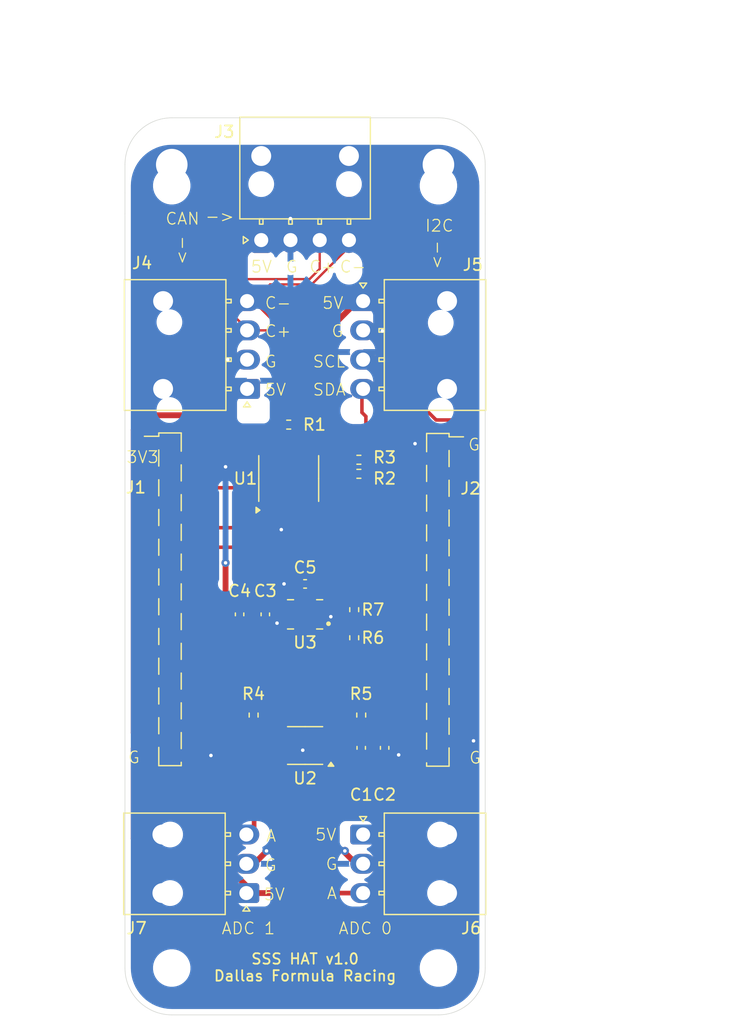
<source format=kicad_pcb>
(kicad_pcb (version 20240108) (generator "pcbnew") (generator_version "8.0")
  (layers (0 "F.Cu" signal) (31 "B.Cu" power) (34 "B.Paste" user) (35 "F.Paste" user) (36 "B.SilkS" user "B.Silkscreen") (37 "F.SilkS" user "F.Silkscreen") (38 "B.Mask" user) (39 "F.Mask" user) (44 "Edge.Cuts" user))
  (net 0 "")
  (net 1 "GND")
  (net 4 "CAN_TX")
  (net 10 "+5V")
  (net 13 "CAN_S")
  (net 15 "+3.3V")
  (net 24 "CAN_RX")
  (net 26 "I2C_SDA")
  (net 27 "I2C_SCL")
  (net 28 "ADC_SDA")
  (net 29 "ADC_SCL")
  (net 32 "ADC_0")
  (net 33 "ADC_1")
  (net 34 "IMU_SCL")
  (net 35 "IMU_SDA")
  (net 45 "CAN+")
  (net 46 "CAN-")
  (footprint "Connector_Molex:Molex_Nano-Fit_105313-xx04_1x04_P2.50mm_Horizontal" (layer "F.Cu") (at 136.84 74.55 180)
    (property "Reference" "J4" (at 8.98 10.75 0) (layer "F.SilkS"))
    (property "Value" "CAN")
    (pad "" np_thru_hole circle (at 7.18 0 180) (size 1.7 1.7) (drill 1.7) (layers "*.Cu" "*.Mask"))
    (pad "" np_thru_hole circle (at 7.18 7.5 180) (size 1.7 1.7) (drill 1.7) (layers "*.Cu" "*.Mask"))
    (pad "1" thru_hole roundrect (at 0 0 180) (size 2.2 1.7) (drill 1.2) (layers "*.Cu" "*.Mask") (roundrect_rratio 0.147059) (net 10 "+5V"))
    (pad "2" thru_hole oval (at 0 2.5 180) (size 2.2 1.7) (drill 1.2) (layers "*.Cu" "*.Mask") (net 1 "GND"))
    (pad "3" thru_hole oval (at 0 5 180) (size 2.2 1.7) (drill 1.2) (layers "*.Cu" "*.Mask") (net 45 "CAN+"))
    (pad "4" thru_hole oval (at 0 7.5 180) (size 2.2 1.7) (drill 1.2) (layers "*.Cu" "*.Mask") (net 46 "CAN-"))
  )
  (footprint "ICM-42688-P:PQFN50P300X250X97-14N" (layer "F.Cu") (at 141.8 93.8 180)
    (property "Reference" "U3" (at 0 -2.4 0) (layer "F.SilkS"))
    (property "Value" "ICM-42688-P")
    (pad "1" smd roundrect (at -1.165 -0.75 180) (size 0.59 0.35) (layers "F.Cu" "F.Paste") (net 1 "GND"))
    (pad "2" smd roundrect (at -1.165 -0.25 180) (size 0.59 0.35) (layers "F.Cu" "F.Paste"))
    (pad "3" smd roundrect (at -1.165 0.25 180) (size 0.59 0.35) (layers "F.Cu" "F.Paste"))
    (pad "4" smd roundrect (at -1.165 0.75 180) (size 0.59 0.35) (layers "F.Cu" "F.Paste"))
    (pad "5" smd roundrect (at -0.5 0.915 180) (size 0.35 0.59) (layers "F.Cu" "F.Paste") (net 15 "+3.3V"))
    (pad "6" smd roundrect (at 0 0.915 180) (size 0.35 0.59) (layers "F.Cu" "F.Paste") (net 1 "GND"))
    (pad "7" smd roundrect (at 0.5 0.915 180) (size 0.35 0.59) (layers "F.Cu" "F.Paste") (net 1 "GND"))
    (pad "8" smd roundrect (at 1.165 0.75 180) (size 0.59 0.35) (layers "F.Cu" "F.Paste") (net 15 "+3.3V"))
    (pad "9" smd roundrect (at 1.165 0.25 180) (size 0.59 0.35) (layers "F.Cu" "F.Paste"))
    (pad "10" smd roundrect (at 1.165 -0.25 180) (size 0.59 0.35) (layers "F.Cu" "F.Paste"))
    (pad "11" smd roundrect (at 1.165 -0.75 180) (size 0.59 0.35) (layers "F.Cu" "F.Paste") (net 1 "GND"))
    (pad "12" smd roundrect (at 0.5 -0.915 180) (size 0.35 0.59) (layers "F.Cu" "F.Paste") (net 15 "+3.3V"))
    (pad "13" smd roundrect (at 0 -0.915 180) (size 0.35 0.59) (layers "F.Cu" "F.Paste") (net 34 "IMU_SCL"))
    (pad "14" smd roundrect (at -0.5 -0.915 180) (size 0.35 0.59) (layers "F.Cu" "F.Paste") (net 35 "IMU_SDA"))
  )
  (footprint "MountingHole:MountingHole_2.7mm_M2.5" (layer "F.Cu") (at 153.2 124)
    (property "Reference" "H3" (hide yes))
    (property "Value" "MountingHole")
    (pad "" np_thru_hole circle (at 0 0) (size 2.7 2.7) (drill 2.7) (layers "F&B.Cu" "*.Mask"))
  )
  (footprint "Resistor_SMD:R_0402_1005Metric_Pad0.72x0.64mm_HandSolder" (layer "F.Cu") (at 146 93.4 90)
    (property "Reference" "R7" (at 0 1.6 0) (layer "F.SilkS"))
    (property "Value" "10k")
    (pad "1" smd roundrect (at -0.5975 0 90) (size 0.715 0.64) (layers "F.Cu" "F.Paste" "F.Mask") (net 35 "IMU_SDA"))
    (pad "2" smd roundrect (at 0.5975 0 90) (size 0.715 0.64) (layers "F.Cu" "F.Paste" "F.Mask") (net 15 "+3.3V"))
  )
  (footprint "MountingHole:MountingHole_2.7mm_M2.5" (layer "F.Cu") (at 130.4 124)
    (property "Reference" "H4" (hide yes))
    (property "Value" "MountingHole")
    (pad "" np_thru_hole circle (at 0 0) (size 2.7 2.7) (drill 2.7) (layers "F&B.Cu" "*.Mask"))
  )
  (footprint "Capacitor_SMD:C_0402_1005Metric_Pad0.74x0.62mm_HandSolder" (layer "F.Cu") (at 141.8 91.2 180)
    (property "Reference" "C5" (at 0 1.4 0) (layer "F.SilkS"))
    (property "Value" "0.1μF")
    (pad "1" smd roundrect (at -0.5675 0 180) (size 0.735 0.62) (layers "F.Cu" "F.Paste" "F.Mask") (net 15 "+3.3V"))
    (pad "2" smd roundrect (at 0.5675 0 180) (size 0.735 0.62) (layers "F.Cu" "F.Paste" "F.Mask") (net 1 "GND"))
  )
  (footprint "Connector_Molex:Molex_Nano-Fit_105313-xx03_1x03_P2.50mm_Horizontal" (layer "F.Cu") (at 146.76 112.6)
    (property "Reference" "J6" (at 9.24 8 0) (layer "F.SilkS"))
    (property "Value" "ADC_0" (hide yes))
    (pad "" np_thru_hole circle (at 7.18 0) (size 1.7 1.7) (drill 1.7) (layers "*.Cu" "*.Mask"))
    (pad "" np_thru_hole circle (at 7.18 5) (size 1.7 1.7) (drill 1.7) (layers "*.Cu" "*.Mask"))
    (pad "1" thru_hole roundrect (at 0 0) (size 2.2 1.7) (drill 1.2) (layers "*.Cu" "*.Mask") (roundrect_rratio 0.147059) (net 10 "+5V"))
    (pad "2" thru_hole oval (at 0 2.5) (size 2.2 1.7) (drill 1.2) (layers "*.Cu" "*.Mask") (net 1 "GND"))
    (pad "3" thru_hole oval (at 0 5) (size 2.2 1.7) (drill 1.2) (layers "*.Cu" "*.Mask") (net 32 "ADC_0"))
  )
  (footprint "Resistor_SMD:R_0402_1005Metric_Pad0.72x0.64mm_HandSolder" (layer "F.Cu") (at 146.6 102.4 -90)
    (property "Reference" "R5" (at -1.8125 0.01 0) (layer "F.SilkS"))
    (property "Value" "2k2")
    (pad "1" smd roundrect (at -0.5975 0 270) (size 0.715 0.64) (layers "F.Cu" "F.Paste" "F.Mask") (net 15 "+3.3V"))
    (pad "2" smd roundrect (at 0.5975 0 270) (size 0.715 0.64) (layers "F.Cu" "F.Paste" "F.Mask") (net 28 "ADC_SDA"))
  )
  (footprint "Connector_Molex:Molex_Nano-Fit_105313-xx03_1x03_P2.50mm_Horizontal" (layer "F.Cu") (at 136.78 117.6 180)
    (property "Reference" "J7" (at 9.38 -3 0) (layer "F.SilkS"))
    (property "Value" "ADC_1" (hide yes))
    (pad "" np_thru_hole circle (at 7.18 0 180) (size 1.7 1.7) (drill 1.7) (layers "*.Cu" "*.Mask"))
    (pad "" np_thru_hole circle (at 7.18 5 180) (size 1.7 1.7) (drill 1.7) (layers "*.Cu" "*.Mask"))
    (pad "1" thru_hole roundrect (at 0 0 180) (size 2.2 1.7) (drill 1.2) (layers "*.Cu" "*.Mask") (roundrect_rratio 0.147059) (net 10 "+5V"))
    (pad "2" thru_hole oval (at 0 2.5 180) (size 2.2 1.7) (drill 1.2) (layers "*.Cu" "*.Mask") (net 1 "GND"))
    (pad "3" thru_hole oval (at 0 5 180) (size 2.2 1.7) (drill 1.2) (layers "*.Cu" "*.Mask") (net 33 "ADC_1"))
  )
  (footprint "MountingHole:MountingHole_2.7mm_M2.5" (layer "F.Cu") (at 153.2 55.4)
    (property "Reference" "H2" (hide yes))
    (property "Value" "MountingHole" (hide yes))
    (pad "" np_thru_hole circle (at 0 0) (size 2.7 2.7) (drill 2.7) (layers "F&B.Cu" "*.Mask"))
  )
  (footprint "Connector_PinSocket_1.27mm:PinSocket_1x22_P1.27mm_Vertical_SMD_Pin1Left" (layer "F.Cu") (at 130.25 92.515)
    (property "Reference" "J1" (at -2.92 -9.555 0) (layer "F.SilkS"))
    (property "Value" "ESP32_Connector_0" (hide yes))
    (pad "1" smd rect (at -1.35 -13.335) (size 1.8 0.65) (layers "F.Cu" "F.Paste" "F.Mask") (net 15 "+3.3V"))
    (pad "2" smd rect (at 1.35 -12.065) (size 1.8 0.65) (layers "F.Cu" "F.Paste" "F.Mask") (net 15 "+3.3V"))
    (pad "3" smd rect (at -1.35 -10.795) (size 1.8 0.65) (layers "F.Cu" "F.Paste" "F.Mask"))
    (pad "4" smd rect (at 1.35 -9.525) (size 1.8 0.65) (layers "F.Cu" "F.Paste" "F.Mask") (net 13 "CAN_S"))
    (pad "5" smd rect (at -1.35 -8.255) (size 1.8 0.65) (layers "F.Cu" "F.Paste" "F.Mask"))
    (pad "6" smd rect (at 1.35 -6.985) (size 1.8 0.65) (layers "F.Cu" "F.Paste" "F.Mask") (net 4 "CAN_TX"))
    (pad "7" smd rect (at -1.35 -5.715) (size 1.8 0.65) (layers "F.Cu" "F.Paste" "F.Mask"))
    (pad "8" smd rect (at 1.35 -4.445) (size 1.8 0.65) (layers "F.Cu" "F.Paste" "F.Mask") (net 24 "CAN_RX"))
    (pad "9" smd rect (at -1.35 -3.175) (size 1.8 0.65) (layers "F.Cu" "F.Paste" "F.Mask"))
    (pad "10" smd rect (at 1.35 -1.905) (size 1.8 0.65) (layers "F.Cu" "F.Paste" "F.Mask"))
    (pad "11" smd rect (at -1.35 -0.635) (size 1.8 0.65) (layers "F.Cu" "F.Paste" "F.Mask"))
    (pad "12" smd rect (at 1.35 0.635) (size 1.8 0.65) (layers "F.Cu" "F.Paste" "F.Mask"))
    (pad "13" smd rect (at -1.35 1.905) (size 1.8 0.65) (layers "F.Cu" "F.Paste" "F.Mask"))
    (pad "14" smd rect (at 1.35 3.175) (size 1.8 0.65) (layers "F.Cu" "F.Paste" "F.Mask"))
    (pad "15" smd rect (at -1.35 4.445) (size 1.8 0.65) (layers "F.Cu" "F.Paste" "F.Mask"))
    (pad "16" smd rect (at 1.35 5.715) (size 1.8 0.65) (layers "F.Cu" "F.Paste" "F.Mask"))
    (pad "17" smd rect (at -1.35 6.985) (size 1.8 0.65) (layers "F.Cu" "F.Paste" "F.Mask"))
    (pad "18" smd rect (at 1.35 8.255) (size 1.8 0.65) (layers "F.Cu" "F.Paste" "F.Mask"))
    (pad "19" smd rect (at -1.35 9.525) (size 1.8 0.65) (layers "F.Cu" "F.Paste" "F.Mask"))
    (pad "20" smd rect (at 1.35 10.795) (size 1.8 0.65) (layers "F.Cu" "F.Paste" "F.Mask") (net 29 "ADC_SCL"))
    (pad "21" smd rect (at -1.35 12.065) (size 1.8 0.65) (layers "F.Cu" "F.Paste" "F.Mask") (net 10 "+5V"))
    (pad "22" smd rect (at 1.35 13.335) (size 1.8 0.65) (layers "F.Cu" "F.Paste" "F.Mask") (net 1 "GND"))
  )
  (footprint "Capacitor_SMD:C_0402_1005Metric_Pad0.74x0.62mm_HandSolder" (layer "F.Cu") (at 148.6 105.2 -90)
    (property "Reference" "C2" (at 3.99 0 0) (layer "F.SilkS"))
    (property "Value" "10μF")
    (pad "1" smd roundrect (at -0.5675 0 270) (size 0.735 0.62) (layers "F.Cu" "F.Paste" "F.Mask") (net 15 "+3.3V"))
    (pad "2" smd roundrect (at 0.5675 0 270) (size 0.735 0.62) (layers "F.Cu" "F.Paste" "F.Mask") (net 1 "GND"))
  )
  (footprint "Capacitor_SMD:C_0402_1005Metric_Pad0.74x0.62mm_HandSolder" (layer "F.Cu") (at 138.4 93.8 90)
    (property "Reference" "C3" (at 2 0 0) (layer "F.SilkS"))
    (property "Value" "0.1μF")
    (pad "1" smd roundrect (at -0.5675 0 90) (size 0.735 0.62) (layers "F.Cu" "F.Paste" "F.Mask") (net 1 "GND"))
    (pad "2" smd roundrect (at 0.5675 0 90) (size 0.735 0.62) (layers "F.Cu" "F.Paste" "F.Mask") (net 15 "+3.3V"))
  )
  (footprint "Capacitor_SMD:C_0402_1005Metric_Pad0.74x0.62mm_HandSolder" (layer "F.Cu") (at 136.2 93.8 90)
    (property "Reference" "C4" (at 2 0 0) (layer "F.SilkS"))
    (property "Value" "2.2μF")
    (pad "1" smd roundrect (at -0.5675 0 90) (size 0.735 0.62) (layers "F.Cu" "F.Paste" "F.Mask") (net 1 "GND"))
    (pad "2" smd roundrect (at 0.5675 0 90) (size 0.735 0.62) (layers "F.Cu" "F.Paste" "F.Mask") (net 15 "+3.3V"))
  )
  (footprint "Resistor_SMD:R_0402_1005Metric_Pad0.72x0.64mm_HandSolder" (layer "F.Cu") (at 146.4 81.8)
    (property "Reference" "R2" (at 2.2 0.4 180) (layer "F.SilkS"))
    (property "Value" "10k")
    (pad "1" smd roundrect (at -0.5975 0) (size 0.715 0.64) (layers "F.Cu" "F.Paste" "F.Mask") (net 15 "+3.3V"))
    (pad "2" smd roundrect (at 0.5975 0) (size 0.715 0.64) (layers "F.Cu" "F.Paste" "F.Mask") (net 27 "I2C_SCL"))
  )
  (footprint "Resistor_SMD:R_0402_1005Metric_Pad0.72x0.64mm_HandSolder" (layer "F.Cu") (at 146 95.7975 -90)
    (property "Reference" "R6" (at 0.0025 -1.6 0) (layer "F.SilkS"))
    (property "Value" "10k")
    (pad "1" smd roundrect (at -0.5975 0 270) (size 0.715 0.64) (layers "F.Cu" "F.Paste" "F.Mask") (net 34 "IMU_SCL"))
    (pad "2" smd roundrect (at 0.5975 0 270) (size 0.715 0.64) (layers "F.Cu" "F.Paste" "F.Mask") (net 15 "+3.3V"))
  )
  (footprint "Connector_PinSocket_1.27mm:PinSocket_1x22_P1.27mm_Vertical_SMD_Pin1Right" (layer "F.Cu") (at 153.15 92.56)
    (property "Reference" "J2" (at 2.79 -9.51 0) (layer "F.SilkS"))
    (property "Value" "ESP32_Connector_1" (hide yes))
    (pad "1" smd rect (at 1.35 -13.335) (size 1.8 0.65) (layers "F.Cu" "F.Paste" "F.Mask") (net 1 "GND"))
    (pad "2" smd rect (at -1.35 -12.065) (size 1.8 0.65) (layers "F.Cu" "F.Paste" "F.Mask") (net 26 "I2C_SDA"))
    (pad "3" smd rect (at 1.35 -10.795) (size 1.8 0.65) (layers "F.Cu" "F.Paste" "F.Mask") (net 27 "I2C_SCL"))
    (pad "4" smd rect (at -1.35 -9.525) (size 1.8 0.65) (layers "F.Cu" "F.Paste" "F.Mask"))
    (pad "5" smd rect (at 1.35 -8.255) (size 1.8 0.65) (layers "F.Cu" "F.Paste" "F.Mask"))
    (pad "6" smd rect (at -1.35 -6.985) (size 1.8 0.65) (layers "F.Cu" "F.Paste" "F.Mask"))
    (pad "7" smd rect (at 1.35 -5.715) (size 1.8 0.65) (layers "F.Cu" "F.Paste" "F.Mask"))
    (pad "8" smd rect (at -1.35 -4.445) (size 1.8 0.65) (layers "F.Cu" "F.Paste" "F.Mask"))
    (pad "9" smd rect (at 1.35 -3.175) (size 1.8 0.65) (layers "F.Cu" "F.Paste" "F.Mask"))
    (pad "10" smd rect (at -1.35 -1.905) (size 1.8 0.65) (layers "F.Cu" "F.Paste" "F.Mask"))
    (pad "11" smd rect (at 1.35 -0.635) (size 1.8 0.65) (layers "F.Cu" "F.Paste" "F.Mask") (net 35 "IMU_SDA"))
    (pad "12" smd rect (at -1.35 0.635) (size 1.8 0.65) (layers "F.Cu" "F.Paste" "F.Mask") (net 34 "IMU_SCL"))
    (pad "13" smd rect (at 1.35 1.905) (size 1.8 0.65) (layers "F.Cu" "F.Paste" "F.Mask"))
    (pad "14" smd rect (at -1.35 3.175) (size 1.8 0.65) (layers "F.Cu" "F.Paste" "F.Mask"))
    (pad "15" smd rect (at 1.35 4.445) (size 1.8 0.65) (layers "F.Cu" "F.Paste" "F.Mask"))
    (pad "16" smd rect (at -1.35 5.715) (size 1.8 0.65) (layers "F.Cu" "F.Paste" "F.Mask"))
    (pad "17" smd rect (at 1.35 6.985) (size 1.8 0.65) (layers "F.Cu" "F.Paste" "F.Mask"))
    (pad "18" smd rect (at -1.35 8.255) (size 1.8 0.65) (layers "F.Cu" "F.Paste" "F.Mask"))
    (pad "19" smd rect (at 1.35 9.525) (size 1.8 0.65) (layers "F.Cu" "F.Paste" "F.Mask"))
    (pad "20" smd rect (at -1.35 10.795) (size 1.8 0.65) (layers "F.Cu" "F.Paste" "F.Mask") (net 28 "ADC_SDA"))
    (pad "21" smd rect (at 1.35 12.065) (size 1.8 0.65) (layers "F.Cu" "F.Paste" "F.Mask") (net 1 "GND"))
    (pad "22" smd rect (at -1.35 13.335) (size 1.8 0.65) (layers "F.Cu" "F.Paste" "F.Mask") (net 1 "GND"))
  )
  (footprint "Connector_Molex:Molex_Nano-Fit_105313-xx04_1x04_P2.50mm_Horizontal" (layer "F.Cu") (at 146.76 67.05)
    (property "Reference" "J5" (at 9.38 -3.1 180) (layer "F.SilkS"))
    (property "Value" "I2C")
    (pad "" np_thru_hole circle (at 7.18 0) (size 1.7 1.7) (drill 1.7) (layers "*.Cu" "*.Mask"))
    (pad "" np_thru_hole circle (at 7.18 7.5) (size 1.7 1.7) (drill 1.7) (layers "*.Cu" "*.Mask"))
    (pad "1" thru_hole roundrect (at 0 0) (size 2.2 1.7) (drill 1.2) (layers "*.Cu" "*.Mask") (roundrect_rratio 0.147059) (net 10 "+5V"))
    (pad "2" thru_hole oval (at 0 2.5) (size 2.2 1.7) (drill 1.2) (layers "*.Cu" "*.Mask") (net 1 "GND"))
    (pad "3" thru_hole oval (at 0 5) (size 2.2 1.7) (drill 1.2) (layers "*.Cu" "*.Mask") (net 27 "I2C_SCL"))
    (pad "4" thru_hole oval (at 0 7.5) (size 2.2 1.7) (drill 1.2) (layers "*.Cu" "*.Mask") (net 26 "I2C_SDA"))
  )
  (footprint "MountingHole:MountingHole_2.7mm_M2.5" (layer "F.Cu") (at 130.4 55.4)
    (property "Reference" "H1" (hide yes))
    (property "Value" "MountingHole" (hide yes))
    (pad "" np_thru_hole circle (at 0 0) (size 2.7 2.7) (drill 2.7) (layers "F&B.Cu" "*.Mask"))
  )
  (footprint "Capacitor_SMD:C_0402_1005Metric_Pad0.74x0.62mm_HandSolder" (layer "F.Cu") (at 146.6 105.2 -90)
    (property "Reference" "C1" (at 4 0 0) (layer "F.SilkS"))
    (property "Value" "0.1μF")
    (pad "1" smd roundrect (at -0.5675 0 270) (size 0.735 0.62) (layers "F.Cu" "F.Paste" "F.Mask") (net 15 "+3.3V"))
    (pad "2" smd roundrect (at 0.5675 0 270) (size 0.735 0.62) (layers "F.Cu" "F.Paste" "F.Mask") (net 1 "GND"))
  )
  (footprint "Connector_Molex:Molex_Nano-Fit_105313-xx04_1x04_P2.50mm_Horizontal" (layer "F.Cu") (at 138.05 61.84 90)
    (property "Reference" "J3" (at 9.24 -3.15 180) (layer "F.SilkS"))
    (property "Value" "CAN")
    (pad "" np_thru_hole circle (at 7.18 0 90) (size 1.7 1.7) (drill 1.7) (layers "*.Cu" "*.Mask"))
    (pad "" np_thru_hole circle (at 7.18 7.5 90) (size 1.7 1.7) (drill 1.7) (layers "*.Cu" "*.Mask"))
    (pad "1" thru_hole roundrect (at 0 0 90) (size 2.2 1.7) (drill 1.2) (layers "*.Cu" "*.Mask") (roundrect_rratio 0.147059) (net 10 "+5V"))
    (pad "2" thru_hole oval (at 0 2.5 90) (size 2.2 1.7) (drill 1.2) (layers "*.Cu" "*.Mask") (net 1 "GND"))
    (pad "3" thru_hole oval (at 0 5 90) (size 2.2 1.7) (drill 1.2) (layers "*.Cu" "*.Mask") (net 45 "CAN+"))
    (pad "4" thru_hole oval (at 0 7.5 90) (size 2.2 1.7) (drill 1.2) (layers "*.Cu" "*.Mask") (net 46 "CAN-"))
  )
  (footprint "Resistor_SMD:R_0402_1005Metric_Pad0.72x0.64mm_HandSolder" (layer "F.Cu") (at 137.4 102.4 -90)
    (property "Reference" "R4" (at -1.81 0.01 0) (layer "F.SilkS"))
    (property "Value" "2k2")
    (pad "1" smd roundrect (at -0.5975 0 270) (size 0.715 0.64) (layers "F.Cu" "F.Paste" "F.Mask") (net 15 "+3.3V"))
    (pad "2" smd roundrect (at 0.5975 0 270) (size 0.715 0.64) (layers "F.Cu" "F.Paste" "F.Mask") (net 29 "ADC_SCL"))
  )
  (footprint "Resistor_SMD:R_0402_1005Metric_Pad0.72x0.64mm_HandSolder" (layer "F.Cu") (at 140.4 77.6 180)
    (property "Reference" "R1" (at -2.2 0 180) (layer "F.SilkS"))
    (property "Value" "120")
    (pad "1" smd roundrect (at -0.5975 0 180) (size 0.715 0.64) (layers "F.Cu" "F.Paste" "F.Mask") (net 46 "CAN-"))
    (pad "2" smd roundrect (at 0.5975 0 180) (size 0.715 0.64) (layers "F.Cu" "F.Paste" "F.Mask") (net 45 "CAN+"))
  )
  (footprint "Resistor_SMD:R_0402_1005Metric_Pad0.72x0.64mm_HandSolder" (layer "F.Cu") (at 146.4 80.6)
    (property "Reference" "R3" (at 2.2 -0.2 180) (layer "F.SilkS"))
    (property "Value" "10k")
    (pad "1" smd roundrect (at -0.5975 0) (size 0.715 0.64) (layers "F.Cu" "F.Paste" "F.Mask") (net 15 "+3.3V"))
    (pad "2" smd roundrect (at 0.5975 0) (size 0.715 0.64) (layers "F.Cu" "F.Paste" "F.Mask") (net 26 "I2C_SDA"))
  )
  (footprint "Package_SO:SOIC-8_3.9x4.9mm_P1.27mm" (layer "F.Cu") (at 140.4 82.2 90)
    (property "Reference" "U1" (at 0 -3.7 180) (layer "F.SilkS"))
    (property "Value" "TJA1051T")
    (pad "1" smd roundrect (at -2.475 -1.905 90) (size 1.95 0.6) (layers "F.Cu" "F.Paste" "F.Mask") (net 4 "CAN_TX"))
    (pad "2" smd roundrect (at -2.475 -0.635 90) (size 1.95 0.6) (layers "F.Cu" "F.Paste" "F.Mask") (net 1 "GND"))
    (pad "3" smd roundrect (at -2.475 0.635 90) (size 1.95 0.6) (layers "F.Cu" "F.Paste" "F.Mask") (net 10 "+5V"))
    (pad "4" smd roundrect (at -2.475 1.905 90) (size 1.95 0.6) (layers "F.Cu" "F.Paste" "F.Mask") (net 24 "CAN_RX"))
    (pad "5" smd roundrect (at 2.475 1.905 90) (size 1.95 0.6) (layers "F.Cu" "F.Paste" "F.Mask"))
    (pad "6" smd roundrect (at 2.475 0.635 90) (size 1.95 0.6) (layers "F.Cu" "F.Paste" "F.Mask") (net 46 "CAN-"))
    (pad "7" smd roundrect (at 2.475 -0.635 90) (size 1.95 0.6) (layers "F.Cu" "F.Paste" "F.Mask") (net 45 "CAN+"))
    (pad "8" smd roundrect (at 2.475 -1.905 90) (size 1.95 0.6) (layers "F.Cu" "F.Paste" "F.Mask") (net 13 "CAN_S"))
  )
  (footprint "Package_SO:MSOP-8_3x3mm_P0.65mm" (layer "F.Cu") (at 141.8 105 180)
    (property "Reference" "U2" (at 0 -2.8 0) (layer "F.SilkS"))
    (property "Value" "MCP3422Axx-xMS")
    (pad "1" smd roundrect (at -2.1125 -0.975 180) (size 1.625 0.4) (layers "F.Cu" "F.Paste" "F.Mask") (net 32 "ADC_0"))
    (pad "2" smd roundrect (at -2.1125 -0.325 180) (size 1.625 0.4) (layers "F.Cu" "F.Paste" "F.Mask") (net 1 "GND"))
    (pad "3" smd roundrect (at -2.1125 0.325 180) (size 1.625 0.4) (layers "F.Cu" "F.Paste" "F.Mask") (net 15 "+3.3V"))
    (pad "4" smd roundrect (at -2.1125 0.975 180) (size 1.625 0.4) (layers "F.Cu" "F.Paste" "F.Mask") (net 28 "ADC_SDA"))
    (pad "5" smd roundrect (at 2.1125 0.975 180) (size 1.625 0.4) (layers "F.Cu" "F.Paste" "F.Mask") (net 29 "ADC_SCL"))
    (pad "6" smd roundrect (at 2.1125 0.325 180) (size 1.625 0.4) (layers "F.Cu" "F.Paste" "F.Mask") (net 1 "GND"))
    (pad "7" smd roundrect (at 2.1125 -0.325 180) (size 1.625 0.4) (layers "F.Cu" "F.Paste" "F.Mask") (net 33 "ADC_1"))
    (pad "8" smd roundrect (at 2.1125 -0.975 180) (size 1.625 0.4) (layers "F.Cu" "F.Paste" "F.Mask") (net 1 "GND"))
  )
  (gr_line (start 157.2 124) (end 157.2 59.6) (stroke (width 0.05)) (layer "Edge.Cuts"))
  (gr_line (start 157.2 57.8) (end 157.2 59.6) (stroke (width 0.05)) (layer "Edge.Cuts"))
  (gr_line (start 126.4 57.8) (end 126.4 59.6) (stroke (width 0.05)) (layer "Edge.Cuts"))
  (gr_arc (start 157.2 124) (mid 156.028427 126.828427) (end 153.2 128) (stroke (width 0.05)) (layer "Edge.Cuts"))
  (gr_arc (start 153.2 51.4) (mid 156.028427 52.571573) (end 157.2 55.4) (stroke (width 0.05)) (layer "Edge.Cuts"))
  (gr_line (start 126.4 59.6) (end 126.4 124) (stroke (width 0.05)) (layer "Edge.Cuts"))
  (gr_arc (start 126.4 55.4) (mid 127.571573 52.571573) (end 130.4 51.4) (stroke (width 0.05)) (layer "Edge.Cuts"))
  (gr_line (start 130.4 51.4) (end 153.2 51.4) (stroke (width 0.05)) (layer "Edge.Cuts"))
  (gr_line (start 157.2 55.4) (end 157.2 57.8) (stroke (width 0.05)) (layer "Edge.Cuts"))
  (gr_line (start 126.4 57.8) (end 126.4 55.4) (stroke (width 0.05)) (layer "Edge.Cuts"))
  (gr_arc (start 130.4 128) (mid 127.571573 126.828427) (end 126.4 124) (stroke (width 0.05)) (layer "Edge.Cuts"))
  (gr_line (start 130.4 128) (end 153.2 128) (stroke (width 0.05)) (layer "Edge.Cuts"))
  (gr_text "5V" (at 137.1 64.7 0) (layer "F.SilkS") (effects (font (size 1 1) (thickness 0.1)) (justify left bottom)))
  (gr_text "3V3" (at 126.46 80.96 0) (layer "F.SilkS") (effects (font (size 1 1) (thickness 0.1)) (justify left bottom)))
  (gr_text "5V" (at 143.2 67.8 0) (layer "F.SilkS") (effects (font (size 1 1) (thickness 0.1)) (justify left bottom)))
  (gr_text "G" (at 155.77 106.63 0) (layer "F.SilkS") (effects (font (size 1 1) (thickness 0.1)) (justify left bottom)))
  (gr_text "I2C\n" (at 152 61.2 0) (layer "F.SilkS") (effects (font (size 1 1) (thickness 0.1)) (justify left bottom)))
  (gr_text "->\n" (at 133.2 60.4 0) (layer "F.SilkS") (effects (font (size 1 1) (thickness 0.1)) (justify left bottom)))
  (gr_text "SCL" (at 142.4 72.8 0) (layer "F.SilkS") (effects (font (size 1 1) (thickness 0.1)) (justify left bottom)))
  (gr_text "5V" (at 138.3 75.2 0) (layer "F.SilkS") (effects (font (size 1 1) (thickness 0.1)) (justify left bottom)))
  (gr_text "A" (at 138.4 113.3 0) (layer "F.SilkS") (effects (font (size 1 1) (thickness 0.1)) (justify left bottom)))
  (gr_text "G" (at 155.68 79.89 0) (layer "F.SilkS") (effects (font (size 1 1) (thickness 0.1)) (justify left bottom)))
  (gr_text "C+" (at 138.3 70.2 0) (layer "F.SilkS") (effects (font (size 1 1) (thickness 0.1)) (justify left bottom)))
  (gr_text "G" (at 143.5 115.7 0) (layer "F.SilkS") (effects (font (size 1 1) (thickness 0.1)) (justify left bottom)))
  (gr_text "SSS HAT v1.0\nDallas Formula Racing" (at 141.8 125.2 0) (layer "F.SilkS") (effects (font (size 0.9 0.9)) (justify bottom)))
  (gr_text "5V" (at 138.2 118.3 0) (layer "F.SilkS") (effects (font (size 1 1) (thickness 0.1)) (justify left bottom)))
  (gr_text "C-" (at 138.3 67.8 0) (layer "F.SilkS") (effects (font (size 1 1) (thickness 0.1)) (justify left bottom)))
  (gr_text "C+" (at 142.1 64.7 0) (layer "F.SilkS") (effects (font (size 1 1) (thickness 0.1)) (justify left bottom)))
  (gr_text "G" (at 144 70.2 0) (layer "F.SilkS") (effects (font (size 1 1) (thickness 0.1)) (justify left bottom)))
  (gr_text "->\n" (at 130.8 61.4 -90) (layer "F.SilkS") (effects (font (size 1 1) (thickness 0.1)) (justify left bottom)))
  (gr_text "G" (at 126.6 106.6 0) (layer "F.SilkS") (effects (font (size 1 1) (thickness 0.1)) (justify left bottom)))
  (gr_text "G" (at 140.1 64.7 0) (layer "F.SilkS") (effects (font (size 1 1) (thickness 0.1)) (justify left bottom)))
  (gr_text "5V" (at 142.6 113.2 0) (layer "F.SilkS") (effects (font (size 1 1) (thickness 0.1)) (justify left bottom)))
  (gr_text "G" (at 138.3 72.8 0) (layer "F.SilkS") (effects (font (size 1 1) (thickness 0.1)) (justify left bottom)))
  (gr_text "ADC 0" (at 144.6 121.2 0) (layer "F.SilkS") (effects (font (size 1 1) (thickness 0.1)) (justify left bottom)))
  (gr_text "SDA" (at 142.4 75.2 0) (layer "F.SilkS") (effects (font (size 1 1) (thickness 0.1)) (justify left bottom)))
  (gr_text "CAN" (at 129.8 60.6 0) (layer "F.SilkS") (effects (font (size 1 1) (thickness 0.1)) (justify left bottom)))
  (gr_text "G" (at 138.3 115.8 0) (layer "F.SilkS") (effects (font (size 1 1) (thickness 0.1)) (justify left bottom)))
  (gr_text "ADC 1" (at 134.6 121.2 0) (layer "F.SilkS") (effects (font (size 1 1) (thickness 0.1)) (justify left bottom)))
  (gr_text "->\n" (at 152.6 61.8 -90) (layer "F.SilkS") (effects (font (size 1 1) (thickness 0.1)) (justify left bottom)))
  (gr_text "A" (at 143.6 118.2 0) (layer "F.SilkS") (effects (font (size 1 1) (thickness 0.1)) (justify left bottom)))
  (gr_text "C-" (at 144.7 64.7 0) (layer "F.SilkS") (effects (font (size 1 1) (thickness 0.1)) (justify left bottom)))
  (segment (start 139.4 94.55) (end 140.635 94.55) (width 0.25) (layer "F.Cu") (net 1))
  (segment (start 148.6 105.7675) (end 146.6 105.7675) (width 0.5) (layer "F.Cu") (net 1))
  (segment (start 136.2 94.3675) (end 138.4 94.3675) (width 0.3) (layer "F.Cu") (net 1))
  (segment (start 149.895 105.895) (end 149.8 105.8) (width 0.5) (layer "F.Cu") (net 1))
  (segment (start 141.3 92) (end 141.3 91.2675) (width 0.25) (layer "F.Cu") (net 1))
  (segment (start 141.3 91.2675) (end 141.2325 91.2) (width 0.25) (layer "F.Cu") (net 1))
  (segment (start 156.175 104.625) (end 156.2 104.6) (width 0.5) (layer "F.Cu") (net 1))
  (segment (start 148.6325 105.8) (end 148.6 105.7675) (width 0.5) (layer "F.Cu") (net 1))
  (segment (start 139.6875 105.975) (end 141.025 105.975) (width 0.4) (layer "F.Cu") (net 1))
  (segment (start 142.965 94.55) (end 143.45 94.55) (width 0.25) (layer "F.Cu") (net 1))
  (segment (start 146.22 69.6) (end 148.4 69.6) (width 0.5) (layer "F.Cu") (net 1))
  (segment (start 143.45 94.55) (end 144 94) (width 0.25) (layer "F.Cu") (net 1))
  (segment (start 139.35 94.55) (end 139.4 94.55) (width 0.25) (layer "F.Cu") (net 1))
  (segment (start 143.9125 105.325) (end 146.1575 105.325) (width 0.4) (layer "F.Cu") (net 1))
  (segment (start 141.8 92.885) (end 141.8 92.5) (width 0.25) (layer "F.Cu") (net 1))
  (segment (start 138.5825 94.55) (end 138.4 94.3675) (width 0.25) (layer "F.Cu") (net 1))
  (segment (start 154.5 104.625) (end 156.175 104.625) (width 0.5) (layer "F.Cu") (net 1))
  (segment (start 139.2175 94.3675) (end 139.4 94.55) (width 0.25) (layer "F.Cu") (net 1))
  (segment (start 146.1575 105.325) (end 146.6 105.7675) (width 0.4) (layer "F.Cu") (net 1))
  (segment (start 145.2 114.14) (end 146.16 115.1) (width 0.5) (layer "F.Cu") (net 1))
  (segment (start 154.5 79.225) (end 151.2 79.225) (width 0.5) (layer "F.Cu") (net 1))
  (segment (start 140.55 62.44) (end 140.55 60) (width 0.5) (layer "F.Cu") (net 1))
  (segment (start 135.2 72.05) (end 137.38 72.05) (width 0.5) (layer "F.Cu") (net 1))
  (segment (start 139.6875 104.675) (end 140.875 104.675) (width 0.4) (layer "F.Cu") (net 1))
  (segment (start 145.2 114) (end 145.2 114.14) (width 0.5) (layer "F.Cu") (net 1))
  (segment (start 149.8 105.8) (end 148.6325 105.8) (width 0.5) (layer "F.Cu") (net 1))
  (segment (start 138.4 94.3675) (end 139.2175 94.3675) (width 0.25) (layer "F.Cu") (net 1))
  (segment (start 151.8 105.895) (end 149.895 105.895) (width 0.5) (layer "F.Cu") (net 1))
  (segment (start 131.6 105.85) (end 133.75 105.85) (width 0.5) (layer "F.Cu") (net 1))
  (segment (start 141.025 105.975) (end 141.6 105.4) (width 0.4) (layer "F.Cu") (net 1))
  (segment (start 141.3 92.885) (end 141.3 92) (width 0.25) (layer "F.Cu") (net 1))
  (segment (start 139.765 84.675) (end 139.765 86.565) (width 0.5) (layer "F.Cu") (net 1))
  (segment (start 141.8 92.5) (end 141.3 92) (width 0.25) (layer "F.Cu") (net 1))
  (segment (start 138.5 114) (end 138.5 114.04) (width 0.5) (layer "F.Cu") (net 1))
  (segment (start 140.875 104.675) (end 141.6 105.4) (width 0.4) (layer "F.Cu") (net 1))
  (segment (start 138.5 114.04) (end 137.44 115.1) (width 0.5) (layer "F.Cu") (net 1))
  (segment (start 141.2325 91.2) (end 140 91.2) (width 0.25) (layer "F.Cu") (net 1))
  (via (at 149.8 105.8) (size 0.7) (drill 0.3) (layers "F.Cu" "B.Cu") (net 1))
  (via (at 145.2 114) (size 0.7) (drill 0.3) (layers "F.Cu" "B.Cu") (net 1))
  (via (at 148.4 69.6) (size 0.7) (drill 0.3) (layers "F.Cu" "B.Cu") (net 1))
  (via (at 140.55 60) (size 0.7) (drill 0.3) (layers "F.Cu" "B.Cu") (net 1))
  (via (at 140 91.2) (size 0.7) (drill 0.3) (layers "F.Cu" "B.Cu") (net 1))
  (via (at 133.75 105.85) (size 0.7) (drill 0.3) (layers "F.Cu" "B.Cu") (net 1))
  (via (at 151.2 79.225) (size 0.7) (drill 0.3) (layers "F.Cu" "B.Cu") (net 1))
  (via (at 139.765 86.565) (size 0.7) (drill 0.3) (layers "F.Cu" "B.Cu") (net 1))
  (via (at 138.5 114) (size 0.7) (drill 0.3) (layers "F.Cu" "B.Cu") (net 1))
  (via (at 135.2 72.05) (size 0.7) (drill 0.3) (layers "F.Cu" "B.Cu") (net 1))
  (via (at 156.2 104.6) (size 0.7) (drill 0.3) (layers "F.Cu" "B.Cu") (net 1))
  (via (at 139.4 94.55) (size 0.7) (drill 0.3) (layers "F.Cu" "B.Cu") (net 1))
  (via (at 141.6 105.4) (size 0.7) (drill 0.3) (layers "F.Cu" "B.Cu") (net 1))
  (via (at 144 94) (size 0.7) (drill 0.3) (layers "F.Cu" "B.Cu") (net 1))
  (segment (start 137.8 86.4) (end 134.4 86.4) (width 0.3) (layer "F.Cu") (net 4))
  (segment (start 133.53 85.53) (end 131.6 85.53) (width 0.3) (layer "F.Cu") (net 4))
  (segment (start 134.4 86.4) (end 133.53 85.53) (width 0.3) (layer "F.Cu") (net 4))
  (segment (start 138.495 84.675) (end 138.495 85.705) (width 0.3) (layer "F.Cu") (net 4))
  (segment (start 138.495 85.705) (end 137.8 86.4) (width 0.3) (layer "F.Cu") (net 4))
  (segment (start 128.4 76.8) (end 133 76.8) (width 0.5) (layer "F.Cu") (net 10))
  (segment (start 135.35 74.55) (end 137.38 74.55) (width 0.5) (layer "F.Cu") (net 10))
  (segment (start 141.035 83.165) (end 143.4 80.8) (width 0.5) (layer "F.Cu") (net 10))
  (segment (start 138.05 62.44) (end 138.05 60.15) (width 0.5) (layer "F.Cu") (net 10))
  (segment (start 140.6 117.6) (end 143.2 120.2) (width 0.5) (layer "F.Cu") (net 10))
  (segment (start 139.8 58.4) (end 149 58.4) (width 0.5) (layer "F.Cu") (net 10))
  (segment (start 150.8 115) (end 148.4 112.6) (width 0.5) (layer "F.Cu") (net 10))
  (segment (start 129.2 115) (end 134.8 115) (width 0.5) (layer "F.Cu") (net 10))
  (segment (start 127.15 105.25) (end 127.15 112.95) (width 0.5) (layer "F.Cu") (net 10))
  (segment (start 143.4 69.92) (end 146.22 67.1) (width 0.5) (layer "F.Cu") (net 10))
  (segment (start 150.6 65.6) (end 149.1 67.1) (width 0.5) (layer "F.Cu") (net 10))
  (segment (start 141.035 84.675) (end 141.035 83.165) (width 0.5) (layer "F.Cu") (net 10))
  (segment (start 135.25 74.55) (end 135.35 74.55) (width 0.5) (layer "F.Cu") (net 10))
  (segment (start 127.15 112.95) (end 129.2 115) (width 0.5) (layer "F.Cu") (net 10))
  (segment (start 132.6 71.8) (end 135.35 74.55) (width 0.5) (layer "F.Cu") (net 10))
  (segment (start 148.4 112.6) (end 146.16 112.6) (width 0.5) (layer "F.Cu") (net 10))
  (segment (start 138.05 62.44) (end 135.16 62.44) (width 0.5) (layer "F.Cu") (net 10))
  (segment (start 143.2 120.2) (end 148.6 120.2) (width 0.5) (layer "F.Cu") (net 10))
  (segment (start 127.82 104.58) (end 127.15 105.25) (width 0.5) (layer "F.Cu") (net 10))
  (segment (start 143.4 80.8) (end 143.4 69.92) (width 0.5) (layer "F.Cu") (net 10))
  (segment (start 132.6 65) (end 132.6 71.8) (width 0.5) (layer "F.Cu") (net 10))
  (segment (start 150.8 118) (end 150.8 115) (width 0.5) (layer "F.Cu") (net 10))
  (segment (start 137.4 117.6) (end 137.44 117.6) (width 0.5) (layer "F.Cu") (net 10))
  (segment (start 133 76.8) (end 135.25 74.55) (width 0.5) (layer "F.Cu") (net 10))
  (segment (start 137.44 117.6) (end 140.6 117.6) (width 0.5) (layer "F.Cu") (net 10))
  (segment (start 127.82 104.58) (end 127.15 103.91) (width 0.5) (layer "F.Cu") (net 10))
  (segment (start 150.6 60) (end 150.6 65.6) (width 0.5) (layer "F.Cu") (net 10))
  (segment (start 127.82 104.58) (end 128.9 104.58) (width 0.5) (layer "F.Cu") (net 10))
  (segment (start 148.6 120.2) (end 150.8 118) (width 0.5) (layer "F.Cu") (net 10))
  (segment (start 127.15 103.91) (end 127.15 78.05) (width 0.5) (layer "F.Cu") (net 10))
  (segment (start 149.1 67.1) (end 146.22 67.1) (width 0.5) (layer "F.Cu") (net 10))
  (segment (start 138.05 60.15) (end 139.8 58.4) (width 0.5) (layer "F.Cu") (net 10))
  (segment (start 134.8 115) (end 137.4 117.6) (width 0.5) (layer "F.Cu") (net 10))
  (segment (start 135.16 62.44) (end 132.6 65) (width 0.5) (layer "F.Cu") (net 10))
  (segment (start 149 58.4) (end 150.6 60) (width 0.5) (layer "F.Cu") (net 10))
  (segment (start 127.15 78.05) (end 128.4 76.8) (width 0.5) (layer "F.Cu") (net 10))
  (segment (start 138.495 81.505) (end 138.495 79.725) (width 0.3) (layer "F.Cu") (net 13))
  (segment (start 137.01 82.99) (end 138.495 81.505) (width 0.3) (layer "F.Cu") (net 13))
  (segment (start 131.6 82.99) (end 137.01 82.99) (width 0.3) (layer "F.Cu") (net 13))
  (segment (start 143.9125 104.675) (end 143.040122 104.675) (width 0.4) (layer "F.Cu") (net 15))
  (segment (start 146.6 101.8025) (end 143.89 101.8025) (width 0.5) (layer "F.Cu") (net 15))
  (segment (start 145.8025 89.795) (end 144.3975 91.2) (width 0.5) (layer "F.Cu") (net 15))
  (segment (start 145.8025 81.8) (end 145.8025 89.795) (width 0.5) (layer "F.Cu") (net 15))
  (segment (start 141.3 94.715) (end 141.3 95.3) (width 0.25) (layer "F.Cu") (net 15))
  (segment (start 136.2 93.2325) (end 136.2 93.2) (width 0.5) (layer "F.Cu") (net 15))
  (segment (start 132.4 79.18) (end 128.9 79.18) (width 0.5) (layer "F.Cu") (net 15))
  (segment (start 143.89 101.8025) (end 140.2 101.8025) (width 0.5) (layer "F.Cu") (net 15))
  (segment (start 135.6 95.6) (end 135 96.2) (width 0.25) (layer "F.Cu") (net 15))
  (segment (start 135.0575 92.4) (end 135 92.4) (width 0.5) (layer "F.Cu") (net 15))
  (segment (start 131.6 80.45) (end 134.15 80.45) (width 0.5) (layer "F.Cu") (net 15))
  (segment (start 142.5975 89.4) (end 142.6 89.4) (width 0.3) (layer "F.Cu") (net 15))
  (segment (start 132.98 79.18) (end 132.4 79.18) (width 0.5) (layer "F.Cu") (net 15))
  (segment (start 137.4 101.8025) (end 140.2 101.8025) (width 0.5) (layer "F.Cu") (net 15))
  (segment (start 135 93.4) (end 135 96.2) (width 0.5) (layer "F.Cu") (net 15))
  (segment (start 140.2 101.834878) (end 140.2 101.8025) (width 0.4) (layer "F.Cu") (net 15))
  (segment (start 143.9125 104.675) (end 146.5575 104.675) (width 0.4) (layer "F.Cu") (net 15))
  (segment (start 141.3 95.3) (end 141 95.6) (width 0.25) (layer "F.Cu") (net 15))
  (segment (start 140.635 93.05) (end 138.5825 93.05) (width 0.25) (layer "F.Cu") (net 15))
  (segment (start 134.15 80.45) (end 134.2 80.4) (width 0.5) (layer "F.Cu") (net 15))
  (segment (start 144.3975 91.2) (end 146 92.8025) (width 0.5) (layer "F.Cu") (net 15))
  (segment (start 135 96.6025) (end 140.2 101.8025) (width 0.5) (layer "F.Cu") (net 15))
  (segment (start 146 99.6925) (end 143.89 101.8025) (width 0.5) (layer "F.Cu") (net 15))
  (segment (start 144.3975 91.2) (end 142.3675 91.2) (width 0.5) (layer "F.Cu") (net 15))
  (segment (start 135 81.2) (end 134.2 80.4) (width 0.5) (layer "F.Cu") (net 15))
  (segment (start 136.2 93.2325) (end 135.89 93.2325) (width 0.5) (layer "F.Cu") (net 15))
  (segment (start 135 96.2) (end 135 96.6025) (width 0.5) (layer "F.Cu") (net 15))
  (segment (start 134.2 80.4) (end 132.98 79.18) (width 0.5) (layer "F.Cu") (net 15))
  (segment (start 141 95.6) (end 135.6 95.6) (width 0.25) (layer "F.Cu") (net 15))
  (segment (start 138.5825 93.05) (end 138.4 93.2325) (width 0.25) (layer "F.Cu") (net 15))
  (segment (start 146 96.395) (end 146 99.6925) (width 0.5) (layer "F.Cu") (net 15))
  (segment (start 142.3 91.2675) (end 142.3675 91.2) (width 0.25) (layer "F.Cu") (net 15))
  (segment (start 145.8025 80.6) (end 145.8025 81.8) (width 0.5) (layer "F.Cu") (net 15))
  (segment (start 135.89 93.2325) (end 135.0575 92.4) (width 0.5) (layer "F.Cu") (net 15))
  (segment (start 143.040122 104.675) (end 140.2 101.834878) (width 0.4) (layer "F.Cu") (net 15))
  (segment (start 135 92.4) (end 135 93.4) (width 0.5) (layer "F.Cu") (net 15))
  (segment (start 148.6 104.6325) (end 146.6 104.6325) (width 0.5) (layer "F.Cu") (net 15))
  (segment (start 142.3 92.885) (end 142.3 91.2675) (width 0.25) (layer "F.Cu") (net 15))
  (segment (start 135 92.4) (end 135 89.4) (width 0.5) (layer "F.Cu") (net 15))
  (segment (start 146.5575 104.675) (end 146.6 104.6325) (width 0.4) (layer "F.Cu") (net 15))
  (segment (start 146.5975 101.605) (end 146.6 101.6025) (width 0.3) (layer "F.Cu") (net 15))
  (via (at 135 81.2) (size 0.7) (drill 0.3) (layers "F.Cu" "B.Cu") (net 15))
  (via (at 135 89.4) (size 0.7) (drill 0.3) (layers "F.Cu" "B.Cu") (net 15))
  (segment (start 135 89.4) (end 135 81.2) (width 0.5) (layer "B.Cu") (net 15))
  (segment (start 140.73 88.07) (end 131.6 88.07) (width 0.3) (layer "F.Cu") (net 24))
  (segment (start 142.305 84.675) (end 142.305 86.495) (width 0.3) (layer "F.Cu") (net 24))
  (segment (start 142.305 86.495) (end 140.73 88.07) (width 0.3) (layer "F.Cu") (net 24))
  (segment (start 151.8 80.495) (end 147.295 80.495) (width 0.3) (layer "F.Cu") (net 26))
  (segment (start 146.9975 76.8975) (end 146.9975 80.6) (width 0.3) (layer "F.Cu") (net 26))
  (segment (start 146.66 76.56) (end 146.9975 76.8975) (width 0.3) (layer "F.Cu") (net 26))
  (segment (start 146.66 74.55) (end 146.66 76.56) (width 0.3) (layer "F.Cu") (net 26))
  (segment (start 146.2 74.62) (end 146.22 74.6) (width 0.3) (layer "F.Cu") (net 26))
  (segment (start 153 77.2) (end 147.85 72.05) (width 0.3) (layer "F.Cu") (net 27))
  (segment (start 146.22 72.22) (end 146.6 72.6) (width 0.3) (layer "F.Cu") (net 27))
  (segment (start 147.85 72.05) (end 146.66 72.05) (width 0.3) (layer "F.Cu") (net 27))
  (segment (start 146.22 72.1) (end 146.22 72.22) (width 0.3) (layer "F.Cu") (net 27))
  (segment (start 154.5 81.765) (end 155.635 81.765) (width 0.3) (layer "F.Cu") (net 27))
  (segment (start 155.2 77.2) (end 156.4 78.4) (width 0.3) (layer "F.Cu") (net 27))
  (segment (start 146.9975 81.8) (end 154.465 81.8) (width 0.3) (layer "F.Cu") (net 27))
  (segment (start 154.465 81.8) (end 154.5 81.765) (width 0.3) (layer "F.Cu") (net 27))
  (segment (start 155.635 81.765) (end 156.4 81) (width 0.3) (layer "F.Cu") (net 27))
  (segment (start 156.4 81) (end 156.4 78.4) (width 0.3) (layer "F.Cu") (net 27))
  (segment (start 153 77.2) (end 155.2 77.2) (width 0.3) (layer "F.Cu") (net 27))
  (segment (start 143.9125 104.025) (end 144.575 104.025) (width 0.3) (layer "F.Cu") (net 28))
  (segment (start 145.245 103.355) (end 151.8 103.355) (width 0.4) (layer "F.Cu") (net 28))
  (segment (start 144.575 104.025) (end 145.245 103.355) (width 0.4) (layer "F.Cu") (net 28))
  (segment (start 138.11 103.31) (end 131.6 103.31) (width 0.4) (layer "F.Cu") (net 29))
  (segment (start 139.6875 104.025) (end 138.825 104.025) (width 0.4) (layer "F.Cu") (net 29))
  (segment (start 138.825 104.025) (end 138.11 103.31) (width 0.4) (layer "F.Cu") (net 29))
  (segment (start 143.025 105.975) (end 143.9125 105.975) (width 0.4) (layer "F.Cu") (net 32))
  (segment (start 142.6 116.2) (end 142.6 106.4) (width 0.4) (layer "F.Cu") (net 32))
  (segment (start 146.16 117.6) (end 144 117.6) (width 0.4) (layer "F.Cu") (net 32))
  (segment (start 142.6 106.4) (end 143.025 105.975) (width 0.4) (layer "F.Cu") (net 32))
  (segment (start 144 117.6) (end 142.6 116.2) (width 0.4) (layer "F.Cu") (net 32))
  (segment (start 138.075 105.325) (end 139.6875 105.325) (width 0.4) (layer "F.Cu") (net 33))
  (segment (start 137.44 112.6) (end 137.44 105.96) (width 0.4) (layer "F.Cu") (net 33))
  (segment (start 137.44 105.96) (end 138.075 105.325) (width 0.4) (layer "F.Cu") (net 33))
  (segment (start 151.8 93.195) (end 149.805 93.195) (width 0.3) (layer "F.Cu") (net 34))
  (segment (start 145.2 95.2) (end 146 95.2) (width 0.25) (layer "F.Cu") (net 34))
  (segment (start 141.8 94.715) (end 141.8 96) (width 0.25) (layer "F.Cu") (net 34))
  (segment (start 141.8 96) (end 142.2 96.4) (width 0.25) (layer "F.Cu") (net 34))
  (segment (start 144 96.4) (end 145.2 95.2) (width 0.25) (layer "F.Cu") (net 34))
  (segment (start 142.2 96.4) (end 144 96.4) (width 0.25) (layer "F.Cu") (net 34))
  (segment (start 147.8 95.2) (end 146 95.2) (width 0.3) (layer "F.Cu") (net 34))
  (segment (start 149.805 93.195) (end 147.8 95.2) (width 0.3) (layer "F.Cu") (net 34))
  (segment (start 149.275 91.925) (end 147.2025 93.9975) (width 0.3) (layer "F.Cu") (net 35))
  (segment (start 143.4 95.6) (end 145 94) (width 0.25) (layer "F.Cu") (net 35))
  (segment (start 154.5 91.925) (end 149.275 91.925) (width 0.3) (layer "F.Cu") (net 35))
  (segment (start 145 94) (end 145.2 94) (width 0.25) (layer "F.Cu") (net 35))
  (segment (start 145.2025 93.9975) (end 146 93.9975) (width 0.25) (layer "F.Cu") (net 35))
  (segment (start 142.3 94.765788) (end 142.367106 94.832894) (width 0.25) (layer "F.Cu") (net 35))
  (segment (start 145.2 94) (end 145.2025 93.9975) (width 0.25) (layer "F.Cu") (net 35))
  (segment (start 142.3 95.1) (end 142.8 95.6) (width 0.25) (layer "F.Cu") (net 35))
  (segment (start 142.8 95.6) (end 143.4 95.6) (width 0.25) (layer "F.Cu") (net 35))
  (segment (start 147.2025 93.9975) (end 146 93.9975) (width 0.3) (layer "F.Cu") (net 35))
  (segment (start 142.3 94.715) (end 142.3 95.1) (width 0.25) (layer "F.Cu") (net 35))
  (segment (start 139.765 78.262499) (end 139.765 79.725) (width 0.2) (layer "F.Cu") (net 45))
  (segment (start 136.225 65.175) (end 135.2 66.2) (width 0.2) (layer "F.Cu") (net 45))
  (segment (start 142.178603 65.175) (end 136.225 65.175) (width 0.2) (layer "F.Cu") (net 45))
  (segment (start 140.175 70.481397) (end 140.175 77.852499) (width 0.2) (layer "F.Cu") (net 45))
  (segment (start 143.05 64.303603) (end 142.178603 65.175) (width 0.2) (layer "F.Cu") (net 45))
  (segment (start 136.95 69.55) (end 135.2 67.8) (width 0.2) (layer "F.Cu") (net 45))
  (segment (start 137.38 69.55) (end 139.243603 69.55) (width 0.2) (layer "F.Cu") (net 45))
  (segment (start 135.2 67.8) (end 135.2 66.2) (width 0.2) (layer "F.Cu") (net 45))
  (segment (start 137.38 69.55) (end 136.95 69.55) (width 0.2) (layer "F.Cu") (net 45))
  (segment (start 143.05 62.44) (end 143.05 64.303603) (width 0.2) (layer "F.Cu") (net 45))
  (segment (start 139.243603 69.55) (end 140.175 70.481397) (width 0.2) (layer "F.Cu") (net 45))
  (segment (start 140.175 77.852499) (end 139.765 78.262499) (width 0.2) (layer "F.Cu") (net 45))
  (segment (start 140.625 70.295) (end 140.625 77.852499) (width 0.2) (layer "F.Cu") (net 46))
  (segment (start 137.38 67.05) (end 140.625 70.295) (width 0.2) (layer "F.Cu") (net 46))
  (segment (start 141.035 78.262499) (end 141.035 79.725) (width 0.2) (layer "F.Cu") (net 46))
  (segment (start 138.805 65.625) (end 137.38 67.05) (width 0.2) (layer "F.Cu") (net 46))
  (segment (start 142.365 65.625) (end 138.805 65.625) (width 0.2) (layer "F.Cu") (net 46))
  (segment (start 140.625 77.852499) (end 141.035 78.262499) (width 0.2) (layer "F.Cu") (net 46))
  (segment (start 145.55 62.44) (end 142.365 65.625) (width 0.2) (layer "F.Cu") (net 46))
  (zone (net 1) (net_name "GND") (layer "B.Cu") (connect_pads (clearance 0.3)) (min_thickness 0.25) (fill yes (thermal_gap 0.5) (thermal_bridge_width 0.5))
    (polygon (pts (xy 126.4 53) (xy 156.8 52.8) (xy 157 128.6) (xy 125.8 128.8)))
  )
)
</source>
